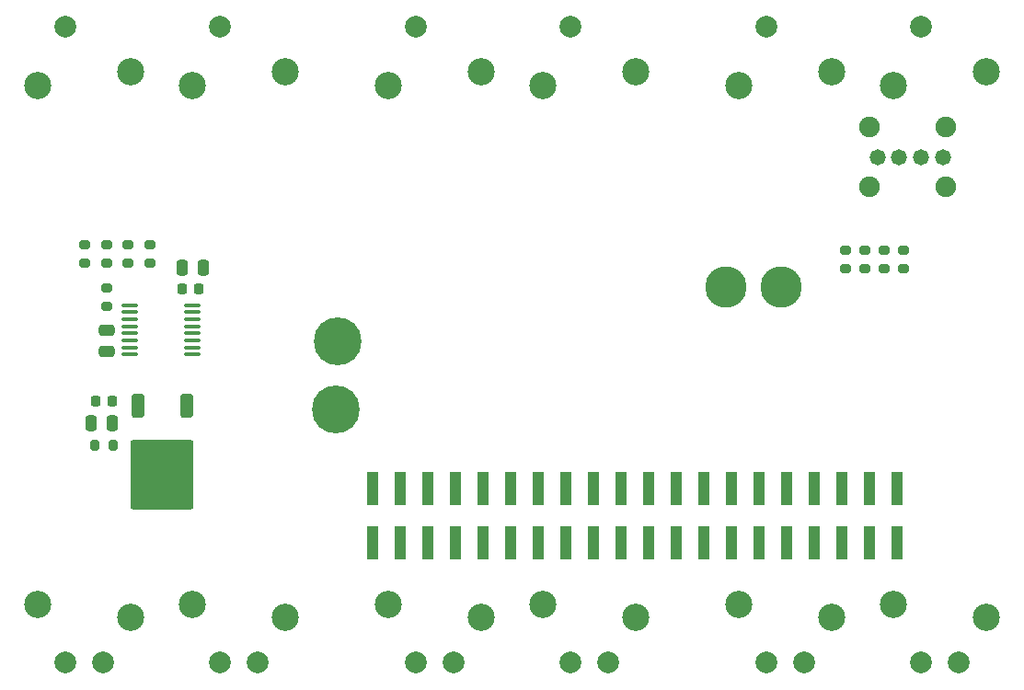
<source format=gbr>
%TF.GenerationSoftware,KiCad,Pcbnew,8.0.2*%
%TF.CreationDate,2024-06-02T13:55:41-07:00*%
%TF.ProjectId,RLS_PCBA,524c535f-5043-4424-912e-6b696361645f,rev?*%
%TF.SameCoordinates,Original*%
%TF.FileFunction,Soldermask,Bot*%
%TF.FilePolarity,Negative*%
%FSLAX46Y46*%
G04 Gerber Fmt 4.6, Leading zero omitted, Abs format (unit mm)*
G04 Created by KiCad (PCBNEW 8.0.2) date 2024-06-02 13:55:41*
%MOMM*%
%LPD*%
G01*
G04 APERTURE LIST*
G04 Aperture macros list*
%AMRoundRect*
0 Rectangle with rounded corners*
0 $1 Rounding radius*
0 $2 $3 $4 $5 $6 $7 $8 $9 X,Y pos of 4 corners*
0 Add a 4 corners polygon primitive as box body*
4,1,4,$2,$3,$4,$5,$6,$7,$8,$9,$2,$3,0*
0 Add four circle primitives for the rounded corners*
1,1,$1+$1,$2,$3*
1,1,$1+$1,$4,$5*
1,1,$1+$1,$6,$7*
1,1,$1+$1,$8,$9*
0 Add four rect primitives between the rounded corners*
20,1,$1+$1,$2,$3,$4,$5,0*
20,1,$1+$1,$4,$5,$6,$7,0*
20,1,$1+$1,$6,$7,$8,$9,0*
20,1,$1+$1,$8,$9,$2,$3,0*%
G04 Aperture macros list end*
%ADD10C,2.000000*%
%ADD11C,2.500000*%
%ADD12RoundRect,0.225000X0.225000X0.250000X-0.225000X0.250000X-0.225000X-0.250000X0.225000X-0.250000X0*%
%ADD13RoundRect,0.250000X0.250000X0.475000X-0.250000X0.475000X-0.250000X-0.475000X0.250000X-0.475000X0*%
%ADD14C,2.600000*%
%ADD15C,3.800000*%
%ADD16RoundRect,0.250000X-0.350000X0.850000X-0.350000X-0.850000X0.350000X-0.850000X0.350000X0.850000X0*%
%ADD17RoundRect,0.249997X-2.650003X2.950003X-2.650003X-2.950003X2.650003X-2.950003X2.650003X2.950003X0*%
%ADD18C,4.400000*%
%ADD19RoundRect,0.200000X-0.275000X0.200000X-0.275000X-0.200000X0.275000X-0.200000X0.275000X0.200000X0*%
%ADD20RoundRect,0.200000X0.275000X-0.200000X0.275000X0.200000X-0.275000X0.200000X-0.275000X-0.200000X0*%
%ADD21R,1.000000X3.150000*%
%ADD22RoundRect,0.200000X0.200000X0.275000X-0.200000X0.275000X-0.200000X-0.275000X0.200000X-0.275000X0*%
%ADD23RoundRect,0.250000X-0.475000X0.250000X-0.475000X-0.250000X0.475000X-0.250000X0.475000X0.250000X0*%
%ADD24RoundRect,0.100000X0.637500X0.100000X-0.637500X0.100000X-0.637500X-0.100000X0.637500X-0.100000X0*%
%ADD25C,1.473200*%
%ADD26C,1.905000*%
G04 APERTURE END LIST*
D10*
%TO.C,RV5*%
X166906000Y-86574000D03*
X170406000Y-145074000D03*
X166906000Y-145074000D03*
D11*
X172906000Y-90724000D03*
X164406000Y-91924000D03*
X164406000Y-139724000D03*
X172906000Y-140924000D03*
%TD*%
D10*
%TO.C,RV3*%
X134648000Y-86574000D03*
X138148000Y-145074000D03*
X134648000Y-145074000D03*
D11*
X140648000Y-90724000D03*
X132148000Y-91924000D03*
X132148000Y-139724000D03*
X140648000Y-140924000D03*
%TD*%
D10*
%TO.C,RV4*%
X148872000Y-86574000D03*
X152372000Y-145074000D03*
X148872000Y-145074000D03*
D11*
X154872000Y-90724000D03*
X146372000Y-91924000D03*
X146372000Y-139724000D03*
X154872000Y-140924000D03*
%TD*%
D10*
%TO.C,RV1*%
X102390000Y-86574000D03*
X105890000Y-145074000D03*
X102390000Y-145074000D03*
D11*
X108390000Y-90724000D03*
X99890000Y-91924000D03*
X99890000Y-139724000D03*
X108390000Y-140924000D03*
%TD*%
D10*
%TO.C,RV6*%
X181130000Y-86574000D03*
X184630000Y-145074000D03*
X181130000Y-145074000D03*
D11*
X187130000Y-90724000D03*
X178630000Y-91924000D03*
X178630000Y-139724000D03*
X187130000Y-140924000D03*
%TD*%
D12*
%TO.C,C2*%
X113168000Y-110694000D03*
X114718000Y-110694000D03*
%TD*%
D13*
%TO.C,C1*%
X113193000Y-108694000D03*
X115093000Y-108694000D03*
%TD*%
D14*
%TO.C,H4*%
X163195000Y-110490000D03*
D15*
X163195000Y-110490000D03*
%TD*%
D16*
%TO.C,U2*%
X113615500Y-121444000D03*
D17*
X111335500Y-127744000D03*
D16*
X109055500Y-121444000D03*
%TD*%
D14*
%TO.C,H1*%
X127316690Y-121743124D03*
D18*
X127316690Y-121743124D03*
%TD*%
D12*
%TO.C,C5*%
X105193000Y-121044000D03*
X106743000Y-121044000D03*
%TD*%
D19*
%TO.C,R9*%
X176022000Y-107125000D03*
X176022000Y-108775000D03*
%TD*%
D20*
%TO.C,R1*%
X110193000Y-106619000D03*
X110193000Y-108269000D03*
%TD*%
D19*
%TO.C,R8*%
X177800000Y-107125000D03*
X177800000Y-108775000D03*
%TD*%
D20*
%TO.C,R2*%
X106193000Y-110619000D03*
X106193000Y-112269000D03*
%TD*%
%TO.C,R4*%
X104193000Y-106619000D03*
X104193000Y-108269000D03*
%TD*%
D14*
%TO.C,H2*%
X127500000Y-115500000D03*
D18*
X127500000Y-115500000D03*
%TD*%
D20*
%TO.C,R5*%
X108193000Y-106619000D03*
X108193000Y-108269000D03*
%TD*%
D19*
%TO.C,R10*%
X179578000Y-107125000D03*
X179578000Y-108775000D03*
%TD*%
D21*
%TO.C,J1*%
X130680000Y-129032000D03*
X130680000Y-134082000D03*
X133220000Y-129032000D03*
X133220000Y-134082000D03*
X135760000Y-129032000D03*
X135760000Y-134082000D03*
X138300000Y-129032000D03*
X138300000Y-134082000D03*
X140840000Y-129032000D03*
X140840000Y-134082000D03*
X143380000Y-129032000D03*
X143380000Y-134082000D03*
X145920000Y-129032000D03*
X145920000Y-134082000D03*
X148460000Y-129032000D03*
X148460000Y-134082000D03*
X151000000Y-129032000D03*
X151000000Y-134082000D03*
X153540000Y-129032000D03*
X153540000Y-134082000D03*
X156080000Y-129032000D03*
X156080000Y-134082000D03*
X158620000Y-129032000D03*
X158620000Y-134082000D03*
X161160000Y-129032000D03*
X161160000Y-134082000D03*
X163700000Y-129032000D03*
X163700000Y-134082000D03*
X166240000Y-129032000D03*
X166240000Y-134082000D03*
X168780000Y-129032000D03*
X168780000Y-134082000D03*
X171320000Y-129032000D03*
X171320000Y-134082000D03*
X173860000Y-129032000D03*
X173860000Y-134082000D03*
X176400000Y-129032000D03*
X176400000Y-134082000D03*
X178940000Y-129032000D03*
X178940000Y-134082000D03*
%TD*%
D22*
%TO.C,R3*%
X105143000Y-125044000D03*
X106793000Y-125044000D03*
%TD*%
D23*
%TO.C,C3*%
X106193000Y-116394000D03*
X106193000Y-114494000D03*
%TD*%
D20*
%TO.C,R6*%
X106193000Y-106619000D03*
X106193000Y-108269000D03*
%TD*%
D24*
%TO.C,U1*%
X108330500Y-112169000D03*
X108330500Y-112819000D03*
X108330500Y-113469000D03*
X108330500Y-114119000D03*
X108330500Y-114769000D03*
X108330500Y-115419000D03*
X108330500Y-116069000D03*
X108330500Y-116719000D03*
X114055500Y-116719000D03*
X114055500Y-116069000D03*
X114055500Y-115419000D03*
X114055500Y-114769000D03*
X114055500Y-114119000D03*
X114055500Y-113469000D03*
X114055500Y-112819000D03*
X114055500Y-112169000D03*
%TD*%
D14*
%TO.C,H3*%
X168275000Y-110490000D03*
D15*
X168275000Y-110490000D03*
%TD*%
D19*
%TO.C,R7*%
X174244000Y-107125000D03*
X174244000Y-108775000D03*
%TD*%
D25*
%TO.C,J2*%
X177136951Y-98526600D03*
X179136950Y-98526600D03*
X181136951Y-98526600D03*
X183136949Y-98526600D03*
D26*
X183406951Y-101246600D03*
X183406951Y-95806600D03*
X176406950Y-101246600D03*
X176406950Y-95806600D03*
%TD*%
D13*
%TO.C,C4*%
X104818000Y-123044000D03*
X106718000Y-123044000D03*
%TD*%
D10*
%TO.C,RV2*%
X116614000Y-86574000D03*
X120114000Y-145074000D03*
X116614000Y-145074000D03*
D11*
X122614000Y-90724000D03*
X114114000Y-91924000D03*
X114114000Y-139724000D03*
X122614000Y-140924000D03*
%TD*%
M02*

</source>
